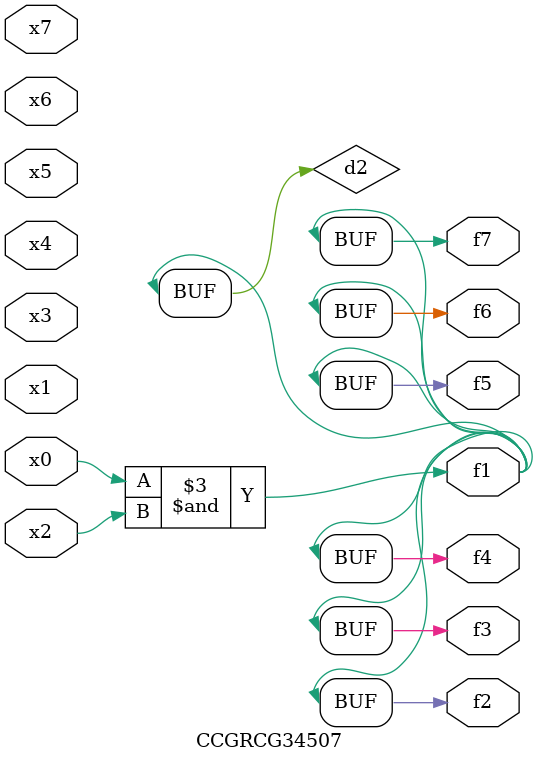
<source format=v>
module CCGRCG34507(
	input x0, x1, x2, x3, x4, x5, x6, x7,
	output f1, f2, f3, f4, f5, f6, f7
);

	wire d1, d2;

	nor (d1, x3, x6);
	and (d2, x0, x2);
	assign f1 = d2;
	assign f2 = d2;
	assign f3 = d2;
	assign f4 = d2;
	assign f5 = d2;
	assign f6 = d2;
	assign f7 = d2;
endmodule

</source>
